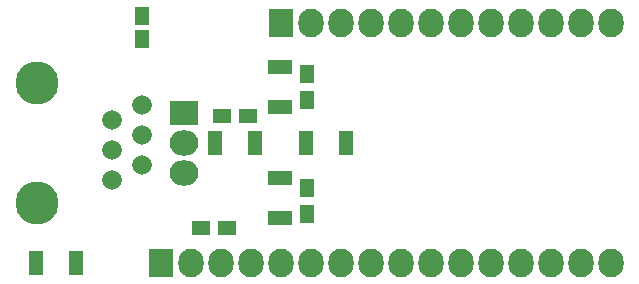
<source format=gts>
G04 #@! TF.FileFunction,Soldermask,Top*
%FSLAX46Y46*%
G04 Gerber Fmt 4.6, Leading zero omitted, Abs format (unit mm)*
G04 Created by KiCad (PCBNEW 4.0.4-stable) date 11/28/16 12:13:09*
%MOMM*%
%LPD*%
G01*
G04 APERTURE LIST*
%ADD10C,0.150000*%
%ADD11R,1.150000X1.600000*%
%ADD12R,2.127200X2.432000*%
%ADD13O,2.127200X2.432000*%
%ADD14R,2.432000X2.127200*%
%ADD15O,2.432000X2.127200*%
%ADD16R,1.600000X1.300000*%
%ADD17R,1.300000X1.600000*%
%ADD18R,1.200000X2.100000*%
%ADD19R,2.100000X1.200000*%
%ADD20C,1.670000*%
%ADD21C,3.650000*%
G04 APERTURE END LIST*
D10*
D11*
X119316500Y-98173500D03*
X119316500Y-100073500D03*
D12*
X120967500Y-119062500D03*
D13*
X123507500Y-119062500D03*
X126047500Y-119062500D03*
X128587500Y-119062500D03*
X131127500Y-119062500D03*
X133667500Y-119062500D03*
X136207500Y-119062500D03*
X138747500Y-119062500D03*
X141287500Y-119062500D03*
X143827500Y-119062500D03*
X146367500Y-119062500D03*
X148907500Y-119062500D03*
X151447500Y-119062500D03*
X153987500Y-119062500D03*
X156527500Y-119062500D03*
X159067500Y-119062500D03*
D12*
X131127500Y-98742500D03*
D13*
X133667500Y-98742500D03*
X136207500Y-98742500D03*
X138747500Y-98742500D03*
X141287500Y-98742500D03*
X143827500Y-98742500D03*
X146367500Y-98742500D03*
X148907500Y-98742500D03*
X151447500Y-98742500D03*
X153987500Y-98742500D03*
X156527500Y-98742500D03*
X159067500Y-98742500D03*
D14*
X122872500Y-106362500D03*
D15*
X122872500Y-108902500D03*
X122872500Y-111442500D03*
D16*
X124312500Y-116141500D03*
X126512500Y-116141500D03*
D17*
X133286500Y-114955500D03*
X133286500Y-112755500D03*
D16*
X126090500Y-106616500D03*
X128290500Y-106616500D03*
D17*
X133286500Y-103103500D03*
X133286500Y-105303500D03*
D18*
X136637500Y-108902500D03*
X133237500Y-108902500D03*
D19*
X131000500Y-115301500D03*
X131000500Y-111901500D03*
D18*
X125490500Y-108902500D03*
X128890500Y-108902500D03*
D19*
X131000500Y-102503500D03*
X131000500Y-105903500D03*
D18*
X113777500Y-119062500D03*
X110377500Y-119062500D03*
D20*
X119316500Y-105727500D03*
X116776500Y-106997500D03*
X119316500Y-108267500D03*
X116776500Y-109537500D03*
X119316500Y-110807500D03*
X116776500Y-112077500D03*
D21*
X110426500Y-103822500D03*
X110426500Y-113982500D03*
M02*

</source>
